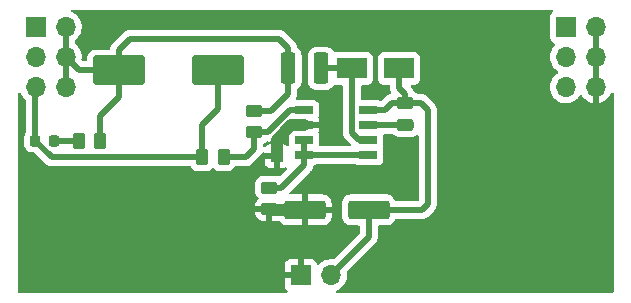
<source format=gtl>
G04 #@! TF.GenerationSoftware,KiCad,Pcbnew,(6.0.2)*
G04 #@! TF.CreationDate,2022-07-27T12:55:17+02:00*
G04 #@! TF.ProjectId,DC-DC-Converter,44432d44-432d-4436-9f6e-766572746572,rev?*
G04 #@! TF.SameCoordinates,Original*
G04 #@! TF.FileFunction,Copper,L1,Top*
G04 #@! TF.FilePolarity,Positive*
%FSLAX46Y46*%
G04 Gerber Fmt 4.6, Leading zero omitted, Abs format (unit mm)*
G04 Created by KiCad (PCBNEW (6.0.2)) date 2022-07-27 12:55:17*
%MOMM*%
%LPD*%
G01*
G04 APERTURE LIST*
G04 Aperture macros list*
%AMRoundRect*
0 Rectangle with rounded corners*
0 $1 Rounding radius*
0 $2 $3 $4 $5 $6 $7 $8 $9 X,Y pos of 4 corners*
0 Add a 4 corners polygon primitive as box body*
4,1,4,$2,$3,$4,$5,$6,$7,$8,$9,$2,$3,0*
0 Add four circle primitives for the rounded corners*
1,1,$1+$1,$2,$3*
1,1,$1+$1,$4,$5*
1,1,$1+$1,$6,$7*
1,1,$1+$1,$8,$9*
0 Add four rect primitives between the rounded corners*
20,1,$1+$1,$2,$3,$4,$5,0*
20,1,$1+$1,$4,$5,$6,$7,0*
20,1,$1+$1,$6,$7,$8,$9,0*
20,1,$1+$1,$8,$9,$2,$3,0*%
G04 Aperture macros list end*
G04 #@! TA.AperFunction,SMDPad,CuDef*
%ADD10R,1.000000X1.000000*%
G04 #@! TD*
G04 #@! TA.AperFunction,ComponentPad*
%ADD11O,1.700000X1.700000*%
G04 #@! TD*
G04 #@! TA.AperFunction,ComponentPad*
%ADD12R,1.700000X1.700000*%
G04 #@! TD*
G04 #@! TA.AperFunction,SMDPad,CuDef*
%ADD13RoundRect,0.250000X-0.262500X-0.450000X0.262500X-0.450000X0.262500X0.450000X-0.262500X0.450000X0*%
G04 #@! TD*
G04 #@! TA.AperFunction,SMDPad,CuDef*
%ADD14RoundRect,0.250000X0.450000X-0.262500X0.450000X0.262500X-0.450000X0.262500X-0.450000X-0.262500X0*%
G04 #@! TD*
G04 #@! TA.AperFunction,SMDPad,CuDef*
%ADD15RoundRect,0.250000X-0.375000X-1.075000X0.375000X-1.075000X0.375000X1.075000X-0.375000X1.075000X0*%
G04 #@! TD*
G04 #@! TA.AperFunction,SMDPad,CuDef*
%ADD16R,1.525000X0.700000*%
G04 #@! TD*
G04 #@! TA.AperFunction,SMDPad,CuDef*
%ADD17R,2.500000X1.800000*%
G04 #@! TD*
G04 #@! TA.AperFunction,SMDPad,CuDef*
%ADD18RoundRect,0.218750X-0.218750X-0.256250X0.218750X-0.256250X0.218750X0.256250X-0.218750X0.256250X0*%
G04 #@! TD*
G04 #@! TA.AperFunction,SMDPad,CuDef*
%ADD19RoundRect,0.250000X-1.500000X-0.550000X1.500000X-0.550000X1.500000X0.550000X-1.500000X0.550000X0*%
G04 #@! TD*
G04 #@! TA.AperFunction,SMDPad,CuDef*
%ADD20RoundRect,0.250000X-1.950000X-1.000000X1.950000X-1.000000X1.950000X1.000000X-1.950000X1.000000X0*%
G04 #@! TD*
G04 #@! TA.AperFunction,SMDPad,CuDef*
%ADD21RoundRect,0.250000X0.475000X-0.250000X0.475000X0.250000X-0.475000X0.250000X-0.475000X-0.250000X0*%
G04 #@! TD*
G04 #@! TA.AperFunction,Conductor*
%ADD22C,1.000000*%
G04 #@! TD*
G04 #@! TA.AperFunction,Conductor*
%ADD23C,0.500000*%
G04 #@! TD*
G04 APERTURE END LIST*
D10*
X80400000Y-130900000D03*
D11*
X107440000Y-125080000D03*
X104900000Y-125080000D03*
X107440000Y-122540000D03*
X104900000Y-122540000D03*
X107440000Y-120000000D03*
D12*
X104900000Y-120000000D03*
D11*
X62540000Y-125080000D03*
X60000000Y-125080000D03*
X62540000Y-122540000D03*
X60000000Y-122540000D03*
X62540000Y-120000000D03*
D12*
X60000000Y-120000000D03*
D13*
X75912500Y-131000000D03*
X74087500Y-131000000D03*
D14*
X79800000Y-133587500D03*
X79800000Y-135412500D03*
X78500000Y-127087500D03*
X78500000Y-128912500D03*
D13*
X65482500Y-129620000D03*
X63657500Y-129620000D03*
D15*
X84180000Y-123500000D03*
X81380000Y-123500000D03*
D11*
X84990000Y-141000000D03*
D12*
X82450000Y-141000000D03*
D16*
X82738000Y-130835000D03*
X82738000Y-129565000D03*
X82738000Y-128295000D03*
X82738000Y-127025000D03*
X88162000Y-127025000D03*
X88162000Y-128295000D03*
X88162000Y-129565000D03*
X88162000Y-130835000D03*
D17*
X90780000Y-123500000D03*
X86780000Y-123500000D03*
D18*
X61557500Y-129620000D03*
X59982500Y-129620000D03*
D19*
X88200000Y-135470000D03*
X82800000Y-135470000D03*
D20*
X75450000Y-123660000D03*
X67050000Y-123660000D03*
D21*
X91280000Y-126400000D03*
X91280000Y-128300000D03*
D22*
X79857500Y-135470000D02*
X79800000Y-135412500D01*
X82800000Y-135470000D02*
X79857500Y-135470000D01*
X81647824Y-128295000D02*
X82738000Y-128295000D01*
X80400000Y-129542824D02*
X81647824Y-128295000D01*
X80400000Y-130900000D02*
X80400000Y-129542824D01*
D23*
X82738000Y-131662000D02*
X82738000Y-130835000D01*
X80812500Y-133587500D02*
X82738000Y-131662000D01*
X79800000Y-133587500D02*
X80812500Y-133587500D01*
X86780000Y-128924522D02*
X86780000Y-123500000D01*
X88162000Y-129565000D02*
X87420478Y-129565000D01*
X87420478Y-129565000D02*
X86780000Y-128924522D01*
X86780000Y-123500000D02*
X84180000Y-123500000D01*
X92730000Y-135470000D02*
X88200000Y-135470000D01*
X92600000Y-126400000D02*
X93200000Y-127000000D01*
X93200000Y-127000000D02*
X93200000Y-135000000D01*
X93200000Y-135000000D02*
X92730000Y-135470000D01*
X91280000Y-126400000D02*
X92600000Y-126400000D01*
X75450000Y-126950000D02*
X75450000Y-123660000D01*
X74087500Y-128312500D02*
X75450000Y-126950000D01*
X74087500Y-131000000D02*
X74087500Y-128312500D01*
X78500000Y-130300000D02*
X78500000Y-128912500D01*
X77800000Y-131000000D02*
X78500000Y-130300000D01*
X75912500Y-131000000D02*
X77800000Y-131000000D01*
X79687500Y-128912500D02*
X78500000Y-128912500D01*
X81575000Y-127025000D02*
X79687500Y-128912500D01*
X82738000Y-127025000D02*
X81575000Y-127025000D01*
X81380000Y-125620000D02*
X81380000Y-123500000D01*
X79912500Y-127087500D02*
X81380000Y-125620000D01*
X78500000Y-127087500D02*
X79912500Y-127087500D01*
X67050000Y-121950000D02*
X67050000Y-123660000D01*
X80600000Y-121000000D02*
X68000000Y-121000000D01*
X81380000Y-121780000D02*
X80600000Y-121000000D01*
X68000000Y-121000000D02*
X67050000Y-121950000D01*
X81380000Y-123500000D02*
X81380000Y-121780000D01*
X91280000Y-125680000D02*
X90780000Y-125180000D01*
X91280000Y-126400000D02*
X91280000Y-125680000D01*
X90780000Y-125180000D02*
X90780000Y-123500000D01*
X89575000Y-127025000D02*
X90200000Y-126400000D01*
X90200000Y-126400000D02*
X91280000Y-126400000D01*
X88162000Y-127025000D02*
X89575000Y-127025000D01*
X91275000Y-128295000D02*
X91280000Y-128300000D01*
X88162000Y-128295000D02*
X91275000Y-128295000D01*
X82738000Y-130835000D02*
X82738000Y-129565000D01*
X82738000Y-130835000D02*
X88162000Y-130835000D01*
X88200000Y-137790000D02*
X88200000Y-135470000D01*
X84990000Y-141000000D02*
X88200000Y-137790000D01*
X61362500Y-131000000D02*
X59982500Y-129620000D01*
X74087500Y-131000000D02*
X61362500Y-131000000D01*
X67050000Y-125950000D02*
X67050000Y-123660000D01*
X65482500Y-127517500D02*
X67050000Y-125950000D01*
X65482500Y-129620000D02*
X65482500Y-127517500D01*
X59982500Y-125097500D02*
X60000000Y-125080000D01*
X59982500Y-129620000D02*
X59982500Y-125097500D01*
X61557500Y-129620000D02*
X63657500Y-129620000D01*
X67050000Y-123660000D02*
X63660000Y-123660000D01*
X63660000Y-123660000D02*
X62540000Y-122540000D01*
X62540000Y-122540000D02*
X62540000Y-125080000D01*
X62540000Y-120000000D02*
X62540000Y-122540000D01*
G04 #@! TA.AperFunction,Conductor*
G36*
X58716512Y-125566701D02*
G01*
X58750743Y-125614521D01*
X58778336Y-125682474D01*
X58783266Y-125694616D01*
X58822344Y-125758385D01*
X58897291Y-125880688D01*
X58899987Y-125885088D01*
X59046250Y-126053938D01*
X59178485Y-126163721D01*
X59218120Y-126222623D01*
X59224000Y-126260665D01*
X59224000Y-128823415D01*
X59203998Y-128891536D01*
X59196881Y-128901508D01*
X59194308Y-128904766D01*
X59189136Y-128909947D01*
X59100151Y-129054308D01*
X59097846Y-129061256D01*
X59097846Y-129061257D01*
X59059630Y-129176475D01*
X59046762Y-129215269D01*
X59036500Y-129315428D01*
X59036500Y-129924572D01*
X59036837Y-129927818D01*
X59036837Y-129927822D01*
X59039190Y-129950500D01*
X59047022Y-130025982D01*
X59100692Y-130186849D01*
X59189929Y-130331055D01*
X59309947Y-130450864D01*
X59454308Y-130539849D01*
X59461256Y-130542154D01*
X59461257Y-130542154D01*
X59608738Y-130591072D01*
X59608740Y-130591072D01*
X59615269Y-130593238D01*
X59715428Y-130603500D01*
X59841129Y-130603500D01*
X59909250Y-130623502D01*
X59930224Y-130640405D01*
X60778730Y-131488911D01*
X60791116Y-131503323D01*
X60799649Y-131514918D01*
X60799654Y-131514923D01*
X60803992Y-131520818D01*
X60809570Y-131525557D01*
X60809573Y-131525560D01*
X60844268Y-131555035D01*
X60851784Y-131561965D01*
X60857480Y-131567661D01*
X60860341Y-131569924D01*
X60860346Y-131569929D01*
X60879766Y-131585293D01*
X60883167Y-131588082D01*
X60938785Y-131635333D01*
X60945298Y-131638659D01*
X60950337Y-131642020D01*
X60955479Y-131645196D01*
X60961216Y-131649734D01*
X61027375Y-131680655D01*
X61031269Y-131682558D01*
X61096308Y-131715769D01*
X61103417Y-131717508D01*
X61109051Y-131719604D01*
X61114821Y-131721523D01*
X61121450Y-131724622D01*
X61128613Y-131726112D01*
X61128616Y-131726113D01*
X61179330Y-131736661D01*
X61192935Y-131739491D01*
X61197201Y-131740457D01*
X61268110Y-131757808D01*
X61273712Y-131758156D01*
X61273715Y-131758156D01*
X61279264Y-131758500D01*
X61279262Y-131758535D01*
X61283234Y-131758775D01*
X61287455Y-131759152D01*
X61294615Y-131760641D01*
X61372042Y-131758546D01*
X61375450Y-131758500D01*
X73053689Y-131758500D01*
X73121810Y-131778502D01*
X73160833Y-131818196D01*
X73226522Y-131924348D01*
X73231704Y-131929521D01*
X73263975Y-131961736D01*
X73351697Y-132049305D01*
X73357927Y-132053145D01*
X73357928Y-132053146D01*
X73495090Y-132137694D01*
X73502262Y-132142115D01*
X73568663Y-132164139D01*
X73663611Y-132195632D01*
X73663613Y-132195632D01*
X73670139Y-132197797D01*
X73676975Y-132198497D01*
X73676978Y-132198498D01*
X73720031Y-132202909D01*
X73774600Y-132208500D01*
X74400400Y-132208500D01*
X74403646Y-132208163D01*
X74403650Y-132208163D01*
X74499308Y-132198238D01*
X74499312Y-132198237D01*
X74506166Y-132197526D01*
X74512702Y-132195345D01*
X74512704Y-132195345D01*
X74664357Y-132144749D01*
X74673946Y-132141550D01*
X74824348Y-132048478D01*
X74910784Y-131961891D01*
X74973066Y-131927812D01*
X75043886Y-131932815D01*
X75088975Y-131961736D01*
X75124478Y-131997177D01*
X75176697Y-132049305D01*
X75182927Y-132053145D01*
X75182928Y-132053146D01*
X75320090Y-132137694D01*
X75327262Y-132142115D01*
X75393663Y-132164139D01*
X75488611Y-132195632D01*
X75488613Y-132195632D01*
X75495139Y-132197797D01*
X75501975Y-132198497D01*
X75501978Y-132198498D01*
X75545031Y-132202909D01*
X75599600Y-132208500D01*
X76225400Y-132208500D01*
X76228646Y-132208163D01*
X76228650Y-132208163D01*
X76324308Y-132198238D01*
X76324312Y-132198237D01*
X76331166Y-132197526D01*
X76337702Y-132195345D01*
X76337704Y-132195345D01*
X76489357Y-132144749D01*
X76498946Y-132141550D01*
X76649348Y-132048478D01*
X76774305Y-131923303D01*
X76783966Y-131907631D01*
X76830839Y-131831588D01*
X76838979Y-131818383D01*
X76891750Y-131770891D01*
X76946238Y-131758500D01*
X77732930Y-131758500D01*
X77751880Y-131759933D01*
X77766115Y-131762099D01*
X77766119Y-131762099D01*
X77773349Y-131763199D01*
X77780641Y-131762606D01*
X77780644Y-131762606D01*
X77826018Y-131758915D01*
X77836233Y-131758500D01*
X77844293Y-131758500D01*
X77862392Y-131756390D01*
X77872507Y-131755211D01*
X77876882Y-131754778D01*
X77942339Y-131749454D01*
X77942342Y-131749453D01*
X77949637Y-131748860D01*
X77956601Y-131746604D01*
X77962560Y-131745413D01*
X77968415Y-131744029D01*
X77975681Y-131743182D01*
X78044327Y-131718265D01*
X78048455Y-131716848D01*
X78110936Y-131696607D01*
X78110938Y-131696606D01*
X78117899Y-131694351D01*
X78124154Y-131690555D01*
X78129628Y-131688049D01*
X78135058Y-131685330D01*
X78141937Y-131682833D01*
X78186450Y-131653649D01*
X78202976Y-131642814D01*
X78206680Y-131640477D01*
X78269107Y-131602595D01*
X78277484Y-131595197D01*
X78277508Y-131595224D01*
X78280500Y-131592571D01*
X78283733Y-131589868D01*
X78289852Y-131585856D01*
X78343128Y-131529617D01*
X78345506Y-131527175D01*
X78428012Y-131444669D01*
X79392001Y-131444669D01*
X79392371Y-131451490D01*
X79397895Y-131502352D01*
X79401521Y-131517604D01*
X79446676Y-131638054D01*
X79455214Y-131653649D01*
X79531715Y-131755724D01*
X79544276Y-131768285D01*
X79646351Y-131844786D01*
X79661946Y-131853324D01*
X79782394Y-131898478D01*
X79797649Y-131902105D01*
X79848514Y-131907631D01*
X79855328Y-131908000D01*
X80127885Y-131908000D01*
X80143124Y-131903525D01*
X80144329Y-131902135D01*
X80146000Y-131894452D01*
X80146000Y-131172115D01*
X80141525Y-131156876D01*
X80140135Y-131155671D01*
X80132452Y-131154000D01*
X79410116Y-131154000D01*
X79394877Y-131158475D01*
X79393672Y-131159865D01*
X79392001Y-131167548D01*
X79392001Y-131444669D01*
X78428012Y-131444669D01*
X78988911Y-130883770D01*
X79003323Y-130871384D01*
X79014918Y-130862851D01*
X79014923Y-130862846D01*
X79020818Y-130858508D01*
X79025557Y-130852930D01*
X79025560Y-130852927D01*
X79055035Y-130818232D01*
X79061965Y-130810716D01*
X79067660Y-130805021D01*
X79085281Y-130782749D01*
X79088072Y-130779345D01*
X79130591Y-130729297D01*
X79130592Y-130729295D01*
X79135333Y-130723715D01*
X79138661Y-130717199D01*
X79142020Y-130712162D01*
X79145194Y-130707023D01*
X79149734Y-130701284D01*
X79170624Y-130656586D01*
X79217587Y-130603341D01*
X79285881Y-130583939D01*
X79353823Y-130604539D01*
X79367268Y-130620334D01*
X79368514Y-130618896D01*
X79397865Y-130644329D01*
X79405548Y-130646000D01*
X80127885Y-130646000D01*
X80143124Y-130641525D01*
X80144329Y-130640135D01*
X80146000Y-130632452D01*
X80146000Y-129910116D01*
X80141525Y-129894877D01*
X80140135Y-129893672D01*
X80132452Y-129892001D01*
X79928542Y-129892001D01*
X79860421Y-129871999D01*
X79816774Y-129821627D01*
X79797908Y-129873753D01*
X79740538Y-129917213D01*
X79661948Y-129946675D01*
X79646351Y-129955214D01*
X79544276Y-130031715D01*
X79531715Y-130044276D01*
X79485326Y-130106173D01*
X79428467Y-130148688D01*
X79357649Y-130153714D01*
X79295355Y-130119654D01*
X79261365Y-130057323D01*
X79258500Y-130030608D01*
X79258500Y-129946311D01*
X79278502Y-129878190D01*
X79318196Y-129839167D01*
X79346540Y-129821627D01*
X79424348Y-129773478D01*
X79489731Y-129707982D01*
X79552013Y-129673903D01*
X79578903Y-129671000D01*
X79620430Y-129671000D01*
X79639380Y-129672433D01*
X79653615Y-129674599D01*
X79653619Y-129674599D01*
X79660849Y-129675699D01*
X79668141Y-129675106D01*
X79668146Y-129675106D01*
X79686096Y-129673646D01*
X79755614Y-129688060D01*
X79806303Y-129737771D01*
X79807043Y-129741020D01*
X79833318Y-129683489D01*
X79885549Y-129647563D01*
X79931827Y-129630765D01*
X79935955Y-129629348D01*
X79998436Y-129609107D01*
X79998438Y-129609106D01*
X80005399Y-129606851D01*
X80011654Y-129603055D01*
X80017128Y-129600549D01*
X80022558Y-129597830D01*
X80029437Y-129595333D01*
X80090476Y-129555314D01*
X80094180Y-129552977D01*
X80156607Y-129515095D01*
X80164984Y-129507697D01*
X80165008Y-129507724D01*
X80168000Y-129505071D01*
X80171233Y-129502368D01*
X80177352Y-129498356D01*
X80230628Y-129442117D01*
X80233006Y-129439675D01*
X81252406Y-128420275D01*
X81314718Y-128386249D01*
X81385533Y-128391314D01*
X81442369Y-128433861D01*
X81467180Y-128500381D01*
X81467501Y-128509370D01*
X81467501Y-128689669D01*
X81467871Y-128696490D01*
X81473395Y-128747352D01*
X81477021Y-128762604D01*
X81522927Y-128885058D01*
X81528110Y-128955866D01*
X81522927Y-128973518D01*
X81473755Y-129104684D01*
X81467000Y-129166866D01*
X81467000Y-129938801D01*
X81446998Y-130006922D01*
X81393342Y-130053415D01*
X81323068Y-130063519D01*
X81263493Y-130036311D01*
X81262904Y-130037096D01*
X81259303Y-130034397D01*
X81258488Y-130034025D01*
X81257174Y-130032802D01*
X81153649Y-129955214D01*
X81138054Y-129946676D01*
X81017606Y-129901522D01*
X81002351Y-129897895D01*
X80951486Y-129892369D01*
X80944672Y-129892000D01*
X80672115Y-129892000D01*
X80656876Y-129896475D01*
X80655671Y-129897865D01*
X80654000Y-129905548D01*
X80654000Y-131889884D01*
X80658475Y-131905123D01*
X80659865Y-131906328D01*
X80667548Y-131907999D01*
X80944669Y-131907999D01*
X80951490Y-131907629D01*
X81002352Y-131902105D01*
X81017603Y-131898479D01*
X81130918Y-131855999D01*
X81201725Y-131850816D01*
X81264094Y-131884737D01*
X81298224Y-131946992D01*
X81293277Y-132017816D01*
X81264243Y-132063076D01*
X80717480Y-132609839D01*
X80655168Y-132643865D01*
X80584353Y-132638800D01*
X80578053Y-132636161D01*
X80572738Y-132632885D01*
X80565786Y-132630579D01*
X80411389Y-132579368D01*
X80411387Y-132579368D01*
X80404861Y-132577203D01*
X80398025Y-132576503D01*
X80398022Y-132576502D01*
X80354969Y-132572091D01*
X80300400Y-132566500D01*
X79299600Y-132566500D01*
X79296354Y-132566837D01*
X79296350Y-132566837D01*
X79200692Y-132576762D01*
X79200688Y-132576763D01*
X79193834Y-132577474D01*
X79187298Y-132579655D01*
X79187296Y-132579655D01*
X79055194Y-132623728D01*
X79026054Y-132633450D01*
X78875652Y-132726522D01*
X78750695Y-132851697D01*
X78657885Y-133002262D01*
X78602203Y-133170139D01*
X78591500Y-133274600D01*
X78591500Y-133900400D01*
X78602474Y-134006166D01*
X78658450Y-134173946D01*
X78751522Y-134324348D01*
X78756704Y-134329521D01*
X78838463Y-134411138D01*
X78872542Y-134473421D01*
X78867539Y-134544241D01*
X78838618Y-134589329D01*
X78756261Y-134671829D01*
X78747249Y-134683240D01*
X78662184Y-134821243D01*
X78656037Y-134834424D01*
X78604862Y-134988710D01*
X78601995Y-135002086D01*
X78592328Y-135096438D01*
X78592000Y-135102855D01*
X78592000Y-135140385D01*
X78596475Y-135155624D01*
X78597865Y-135156829D01*
X78605548Y-135158500D01*
X80942439Y-135158500D01*
X81010560Y-135178502D01*
X81024951Y-135189275D01*
X81053865Y-135214329D01*
X81061548Y-135216000D01*
X82527885Y-135216000D01*
X82543124Y-135211525D01*
X82544329Y-135210135D01*
X82546000Y-135202452D01*
X82546000Y-135197885D01*
X83054000Y-135197885D01*
X83058475Y-135213124D01*
X83059865Y-135214329D01*
X83067548Y-135216000D01*
X85039884Y-135216000D01*
X85055123Y-135211525D01*
X85056328Y-135210135D01*
X85057999Y-135202452D01*
X85057999Y-134872905D01*
X85057662Y-134866386D01*
X85047743Y-134770794D01*
X85044851Y-134757400D01*
X84993412Y-134603216D01*
X84987239Y-134590038D01*
X84901937Y-134452193D01*
X84892901Y-134440792D01*
X84778171Y-134326261D01*
X84766760Y-134317249D01*
X84628757Y-134232184D01*
X84615576Y-134226037D01*
X84461290Y-134174862D01*
X84447914Y-134171995D01*
X84353562Y-134162328D01*
X84347145Y-134162000D01*
X83072115Y-134162000D01*
X83056876Y-134166475D01*
X83055671Y-134167865D01*
X83054000Y-134175548D01*
X83054000Y-135197885D01*
X82546000Y-135197885D01*
X82546000Y-134180116D01*
X82541525Y-134164877D01*
X82540135Y-134163672D01*
X82532452Y-134162001D01*
X81614870Y-134162001D01*
X81546749Y-134141999D01*
X81500256Y-134088343D01*
X81490152Y-134018069D01*
X81519646Y-133953489D01*
X81525775Y-133946906D01*
X83226911Y-132245770D01*
X83241323Y-132233384D01*
X83252918Y-132224851D01*
X83252923Y-132224846D01*
X83258818Y-132220508D01*
X83263557Y-132214930D01*
X83263560Y-132214927D01*
X83293035Y-132180232D01*
X83299965Y-132172716D01*
X83305660Y-132167021D01*
X83323281Y-132144749D01*
X83326072Y-132141345D01*
X83368591Y-132091297D01*
X83368592Y-132091295D01*
X83373333Y-132085715D01*
X83376661Y-132079199D01*
X83380028Y-132074150D01*
X83383195Y-132069021D01*
X83387734Y-132063284D01*
X83418655Y-131997125D01*
X83420561Y-131993225D01*
X83444169Y-131946992D01*
X83453769Y-131928192D01*
X83455508Y-131921084D01*
X83457607Y-131915441D01*
X83459524Y-131909678D01*
X83462622Y-131903050D01*
X83477487Y-131831583D01*
X83478457Y-131827299D01*
X83489185Y-131783456D01*
X83524804Y-131722042D01*
X83587973Y-131689634D01*
X83597966Y-131688141D01*
X83598812Y-131688049D01*
X83610816Y-131686745D01*
X83747205Y-131635615D01*
X83769811Y-131618673D01*
X83836315Y-131593826D01*
X83845374Y-131593500D01*
X87054626Y-131593500D01*
X87122747Y-131613502D01*
X87130173Y-131618661D01*
X87152795Y-131635615D01*
X87289184Y-131686745D01*
X87351366Y-131693500D01*
X88972634Y-131693500D01*
X89034816Y-131686745D01*
X89171205Y-131635615D01*
X89287761Y-131548261D01*
X89375115Y-131431705D01*
X89426245Y-131295316D01*
X89433000Y-131233134D01*
X89433000Y-130436866D01*
X89426245Y-130374684D01*
X89423473Y-130367288D01*
X89423471Y-130367282D01*
X89377340Y-130244229D01*
X89372157Y-130173422D01*
X89377340Y-130155771D01*
X89423471Y-130032718D01*
X89423473Y-130032712D01*
X89426245Y-130025316D01*
X89433000Y-129963134D01*
X89433000Y-129179500D01*
X89453002Y-129111379D01*
X89506658Y-129064886D01*
X89559000Y-129053500D01*
X90183598Y-129053500D01*
X90251719Y-129073502D01*
X90272616Y-129090327D01*
X90301940Y-129119600D01*
X90331697Y-129149305D01*
X90337927Y-129153145D01*
X90337928Y-129153146D01*
X90475090Y-129237694D01*
X90482262Y-129242115D01*
X90518547Y-129254150D01*
X90643611Y-129295632D01*
X90643613Y-129295632D01*
X90650139Y-129297797D01*
X90656975Y-129298497D01*
X90656978Y-129298498D01*
X90700031Y-129302909D01*
X90754600Y-129308500D01*
X91805400Y-129308500D01*
X91808646Y-129308163D01*
X91808650Y-129308163D01*
X91904308Y-129298238D01*
X91904312Y-129298237D01*
X91911166Y-129297526D01*
X91917702Y-129295345D01*
X91917704Y-129295345D01*
X92049806Y-129251272D01*
X92078946Y-129241550D01*
X92161537Y-129190441D01*
X92223121Y-129152332D01*
X92223124Y-129152329D01*
X92229348Y-129148478D01*
X92234521Y-129143296D01*
X92237236Y-129141144D01*
X92303046Y-129114507D01*
X92372810Y-129127678D01*
X92424379Y-129176475D01*
X92441500Y-129239890D01*
X92441500Y-134585500D01*
X92421498Y-134653621D01*
X92367842Y-134700114D01*
X92315500Y-134711500D01*
X90520857Y-134711500D01*
X90452736Y-134691498D01*
X90406243Y-134637842D01*
X90401334Y-134625378D01*
X90393870Y-134603005D01*
X90393867Y-134602998D01*
X90391550Y-134596054D01*
X90298478Y-134445652D01*
X90173303Y-134320695D01*
X90167072Y-134316854D01*
X90028968Y-134231725D01*
X90028966Y-134231724D01*
X90022738Y-134227885D01*
X89886500Y-134182697D01*
X89861389Y-134174368D01*
X89861387Y-134174368D01*
X89854861Y-134172203D01*
X89848025Y-134171503D01*
X89848022Y-134171502D01*
X89804060Y-134166998D01*
X89750400Y-134161500D01*
X86649600Y-134161500D01*
X86646354Y-134161837D01*
X86646350Y-134161837D01*
X86550692Y-134171762D01*
X86550688Y-134171763D01*
X86543834Y-134172474D01*
X86537298Y-134174655D01*
X86537296Y-134174655D01*
X86405194Y-134218728D01*
X86376054Y-134228450D01*
X86225652Y-134321522D01*
X86100695Y-134446697D01*
X86096855Y-134452927D01*
X86096854Y-134452928D01*
X86042227Y-134541550D01*
X86007885Y-134597262D01*
X85952203Y-134765139D01*
X85941500Y-134869600D01*
X85941500Y-136070400D01*
X85941837Y-136073646D01*
X85941837Y-136073650D01*
X85951618Y-136167914D01*
X85952474Y-136176166D01*
X85954655Y-136182702D01*
X85954655Y-136182704D01*
X85998728Y-136314806D01*
X86008450Y-136343946D01*
X86101522Y-136494348D01*
X86226697Y-136619305D01*
X86232927Y-136623145D01*
X86232928Y-136623146D01*
X86370288Y-136707816D01*
X86377262Y-136712115D01*
X86457005Y-136738564D01*
X86538611Y-136765632D01*
X86538613Y-136765632D01*
X86545139Y-136767797D01*
X86551975Y-136768497D01*
X86551978Y-136768498D01*
X86595031Y-136772909D01*
X86649600Y-136778500D01*
X87315500Y-136778500D01*
X87383621Y-136798502D01*
X87430114Y-136852158D01*
X87441500Y-136904500D01*
X87441500Y-137423629D01*
X87421498Y-137491750D01*
X87404595Y-137512724D01*
X85297296Y-139620023D01*
X85234984Y-139654049D01*
X85186105Y-139654975D01*
X85118284Y-139642894D01*
X85044452Y-139641992D01*
X84900081Y-139640228D01*
X84900079Y-139640228D01*
X84894911Y-139640165D01*
X84674091Y-139673955D01*
X84461756Y-139743357D01*
X84263607Y-139846507D01*
X84259474Y-139849610D01*
X84259471Y-139849612D01*
X84176450Y-139911946D01*
X84084965Y-139980635D01*
X84081393Y-139984373D01*
X84003898Y-140065466D01*
X83942374Y-140100895D01*
X83871462Y-140097438D01*
X83813676Y-140056192D01*
X83794823Y-140022644D01*
X83753324Y-139911946D01*
X83744786Y-139896351D01*
X83668285Y-139794276D01*
X83655724Y-139781715D01*
X83553649Y-139705214D01*
X83538054Y-139696676D01*
X83417606Y-139651522D01*
X83402351Y-139647895D01*
X83351486Y-139642369D01*
X83344672Y-139642000D01*
X82722115Y-139642000D01*
X82706876Y-139646475D01*
X82705671Y-139647865D01*
X82704000Y-139655548D01*
X82704000Y-141128000D01*
X82683998Y-141196121D01*
X82630342Y-141242614D01*
X82578000Y-141254000D01*
X81110116Y-141254000D01*
X81094877Y-141258475D01*
X81093672Y-141259865D01*
X81092001Y-141267548D01*
X81092001Y-141894669D01*
X81092371Y-141901490D01*
X81097895Y-141952352D01*
X81101521Y-141967604D01*
X81146676Y-142088054D01*
X81155214Y-142103649D01*
X81231715Y-142205724D01*
X81244276Y-142218285D01*
X81306840Y-142265174D01*
X81349355Y-142322033D01*
X81354381Y-142392851D01*
X81320321Y-142455145D01*
X81257990Y-142489135D01*
X81231275Y-142492000D01*
X58634000Y-142492000D01*
X58565879Y-142471998D01*
X58519386Y-142418342D01*
X58508000Y-142366000D01*
X58508000Y-140727885D01*
X81092000Y-140727885D01*
X81096475Y-140743124D01*
X81097865Y-140744329D01*
X81105548Y-140746000D01*
X82177885Y-140746000D01*
X82193124Y-140741525D01*
X82194329Y-140740135D01*
X82196000Y-140732452D01*
X82196000Y-139660116D01*
X82191525Y-139644877D01*
X82190135Y-139643672D01*
X82182452Y-139642001D01*
X81555331Y-139642001D01*
X81548510Y-139642371D01*
X81497648Y-139647895D01*
X81482396Y-139651521D01*
X81361946Y-139696676D01*
X81346351Y-139705214D01*
X81244276Y-139781715D01*
X81231715Y-139794276D01*
X81155214Y-139896351D01*
X81146676Y-139911946D01*
X81101522Y-140032394D01*
X81097895Y-140047649D01*
X81092369Y-140098514D01*
X81092000Y-140105328D01*
X81092000Y-140727885D01*
X58508000Y-140727885D01*
X58508000Y-135722095D01*
X78592001Y-135722095D01*
X78592338Y-135728614D01*
X78602257Y-135824206D01*
X78605149Y-135837600D01*
X78656588Y-135991784D01*
X78662761Y-136004962D01*
X78748063Y-136142807D01*
X78757099Y-136154208D01*
X78871829Y-136268739D01*
X78883240Y-136277751D01*
X79021243Y-136362816D01*
X79034424Y-136368963D01*
X79188710Y-136420138D01*
X79202086Y-136423005D01*
X79296438Y-136432672D01*
X79302854Y-136433000D01*
X79527885Y-136433000D01*
X79543124Y-136428525D01*
X79544329Y-136427135D01*
X79546000Y-136419452D01*
X79546000Y-136414884D01*
X80054000Y-136414884D01*
X80058475Y-136430123D01*
X80059865Y-136431328D01*
X80067548Y-136432999D01*
X80297095Y-136432999D01*
X80303614Y-136432662D01*
X80399206Y-136422743D01*
X80412600Y-136419851D01*
X80519793Y-136384089D01*
X80590743Y-136381505D01*
X80651827Y-136417689D01*
X80666813Y-136437309D01*
X80698066Y-136487812D01*
X80707096Y-136499205D01*
X80821829Y-136613739D01*
X80833240Y-136622751D01*
X80971243Y-136707816D01*
X80984424Y-136713963D01*
X81138710Y-136765138D01*
X81152086Y-136768005D01*
X81246438Y-136777672D01*
X81252854Y-136778000D01*
X82527885Y-136778000D01*
X82543124Y-136773525D01*
X82544329Y-136772135D01*
X82546000Y-136764452D01*
X82546000Y-136759884D01*
X83054000Y-136759884D01*
X83058475Y-136775123D01*
X83059865Y-136776328D01*
X83067548Y-136777999D01*
X84347095Y-136777999D01*
X84353614Y-136777662D01*
X84449206Y-136767743D01*
X84462600Y-136764851D01*
X84616784Y-136713412D01*
X84629962Y-136707239D01*
X84767807Y-136621937D01*
X84779208Y-136612901D01*
X84893739Y-136498171D01*
X84902751Y-136486760D01*
X84987816Y-136348757D01*
X84993963Y-136335576D01*
X85045138Y-136181290D01*
X85048005Y-136167914D01*
X85057672Y-136073562D01*
X85058000Y-136067146D01*
X85058000Y-135742115D01*
X85053525Y-135726876D01*
X85052135Y-135725671D01*
X85044452Y-135724000D01*
X83072115Y-135724000D01*
X83056876Y-135728475D01*
X83055671Y-135729865D01*
X83054000Y-135737548D01*
X83054000Y-136759884D01*
X82546000Y-136759884D01*
X82546000Y-135742115D01*
X82541525Y-135726876D01*
X82540135Y-135725671D01*
X82532452Y-135724000D01*
X80607561Y-135724000D01*
X80539440Y-135703998D01*
X80525049Y-135693225D01*
X80496135Y-135668171D01*
X80488452Y-135666500D01*
X80072115Y-135666500D01*
X80056876Y-135670975D01*
X80055671Y-135672365D01*
X80054000Y-135680048D01*
X80054000Y-136414884D01*
X79546000Y-136414884D01*
X79546000Y-135684615D01*
X79541525Y-135669376D01*
X79540135Y-135668171D01*
X79532452Y-135666500D01*
X78610116Y-135666500D01*
X78594877Y-135670975D01*
X78593672Y-135672365D01*
X78592001Y-135680048D01*
X78592001Y-135722095D01*
X58508000Y-135722095D01*
X58508000Y-125661925D01*
X58528002Y-125593804D01*
X58581658Y-125547311D01*
X58651932Y-125537207D01*
X58716512Y-125566701D01*
G37*
G04 #@! TD.AperFunction*
G04 #@! TA.AperFunction,Conductor*
G36*
X103748562Y-118528002D02*
G01*
X103795055Y-118581658D01*
X103805159Y-118651932D01*
X103775665Y-118716512D01*
X103756006Y-118734826D01*
X103723568Y-118759137D01*
X103686739Y-118786739D01*
X103599385Y-118903295D01*
X103548255Y-119039684D01*
X103541500Y-119101866D01*
X103541500Y-120898134D01*
X103548255Y-120960316D01*
X103599385Y-121096705D01*
X103686739Y-121213261D01*
X103803295Y-121300615D01*
X103811704Y-121303767D01*
X103811705Y-121303768D01*
X103920451Y-121344535D01*
X103977216Y-121387176D01*
X104001916Y-121453738D01*
X103986709Y-121523087D01*
X103967316Y-121549568D01*
X103855260Y-121666828D01*
X103840629Y-121682138D01*
X103837720Y-121686403D01*
X103837714Y-121686411D01*
X103757642Y-121803792D01*
X103714743Y-121866680D01*
X103681179Y-121938988D01*
X103623516Y-122063213D01*
X103620688Y-122069305D01*
X103560989Y-122284570D01*
X103537251Y-122506695D01*
X103537548Y-122511848D01*
X103537548Y-122511851D01*
X103542997Y-122606350D01*
X103550110Y-122729715D01*
X103551247Y-122734761D01*
X103551248Y-122734767D01*
X103566624Y-122802991D01*
X103599222Y-122947639D01*
X103683266Y-123154616D01*
X103733863Y-123237183D01*
X103797291Y-123340688D01*
X103799987Y-123345088D01*
X103946250Y-123513938D01*
X104118126Y-123656632D01*
X104141501Y-123670291D01*
X104191445Y-123699476D01*
X104240169Y-123751114D01*
X104253240Y-123820897D01*
X104226509Y-123886669D01*
X104186055Y-123920027D01*
X104173607Y-123926507D01*
X104169474Y-123929610D01*
X104169471Y-123929612D01*
X104145247Y-123947800D01*
X103994965Y-124060635D01*
X103840629Y-124222138D01*
X103714743Y-124406680D01*
X103699972Y-124438502D01*
X103623516Y-124603213D01*
X103620688Y-124609305D01*
X103560989Y-124824570D01*
X103537251Y-125046695D01*
X103537548Y-125051848D01*
X103537548Y-125051851D01*
X103547803Y-125229697D01*
X103550110Y-125269715D01*
X103551247Y-125274761D01*
X103551248Y-125274767D01*
X103570930Y-125362101D01*
X103599222Y-125487639D01*
X103649102Y-125610479D01*
X103678336Y-125682474D01*
X103683266Y-125694616D01*
X103722344Y-125758385D01*
X103797291Y-125880688D01*
X103799987Y-125885088D01*
X103946250Y-126053938D01*
X104118126Y-126196632D01*
X104311000Y-126309338D01*
X104315825Y-126311180D01*
X104315826Y-126311181D01*
X104388612Y-126338975D01*
X104519692Y-126389030D01*
X104524760Y-126390061D01*
X104524763Y-126390062D01*
X104619862Y-126409410D01*
X104738597Y-126433567D01*
X104743772Y-126433757D01*
X104743774Y-126433757D01*
X104956673Y-126441564D01*
X104956677Y-126441564D01*
X104961837Y-126441753D01*
X104966957Y-126441097D01*
X104966959Y-126441097D01*
X105178288Y-126414025D01*
X105178289Y-126414025D01*
X105183416Y-126413368D01*
X105188366Y-126411883D01*
X105392429Y-126350661D01*
X105392434Y-126350659D01*
X105397384Y-126349174D01*
X105597994Y-126250896D01*
X105779860Y-126121173D01*
X105824427Y-126076762D01*
X105934435Y-125967137D01*
X105938096Y-125963489D01*
X105954646Y-125940458D01*
X106068453Y-125782077D01*
X106069640Y-125782930D01*
X106116960Y-125739362D01*
X106186897Y-125727145D01*
X106252338Y-125754678D01*
X106280166Y-125786511D01*
X106337694Y-125880388D01*
X106343777Y-125888699D01*
X106483213Y-126049667D01*
X106490580Y-126056883D01*
X106654434Y-126192916D01*
X106662881Y-126198831D01*
X106846756Y-126306279D01*
X106856042Y-126310729D01*
X107055001Y-126386703D01*
X107064899Y-126389579D01*
X107168250Y-126410606D01*
X107182299Y-126409410D01*
X107186000Y-126399065D01*
X107186000Y-119872000D01*
X107206002Y-119803879D01*
X107259658Y-119757386D01*
X107312000Y-119746000D01*
X107568000Y-119746000D01*
X107636121Y-119766002D01*
X107682614Y-119819658D01*
X107694000Y-119872000D01*
X107694000Y-126398517D01*
X107698064Y-126412359D01*
X107711478Y-126414393D01*
X107718184Y-126413534D01*
X107728262Y-126411392D01*
X107932255Y-126350191D01*
X107941842Y-126346433D01*
X108133095Y-126252739D01*
X108141945Y-126247464D01*
X108315328Y-126123792D01*
X108323200Y-126117139D01*
X108474052Y-125966812D01*
X108480730Y-125958965D01*
X108605003Y-125786020D01*
X108610313Y-125777183D01*
X108703043Y-125589560D01*
X108751157Y-125537353D01*
X108819858Y-125519446D01*
X108887335Y-125541525D01*
X108932163Y-125596579D01*
X108942000Y-125645387D01*
X108942000Y-142366000D01*
X108921998Y-142434121D01*
X108868342Y-142480614D01*
X108816000Y-142492000D01*
X85576139Y-142492000D01*
X85508018Y-142471998D01*
X85461525Y-142418342D01*
X85451421Y-142348068D01*
X85480915Y-142283488D01*
X85520707Y-142252849D01*
X85574021Y-142226731D01*
X85687994Y-142170896D01*
X85869860Y-142041173D01*
X86028096Y-141883489D01*
X86158453Y-141702077D01*
X86257430Y-141501811D01*
X86322370Y-141288069D01*
X86351529Y-141066590D01*
X86353156Y-141000000D01*
X86335870Y-140789747D01*
X86350223Y-140720219D01*
X86372351Y-140690330D01*
X88688911Y-138373770D01*
X88703323Y-138361384D01*
X88714918Y-138352851D01*
X88714923Y-138352846D01*
X88720818Y-138348508D01*
X88725557Y-138342930D01*
X88725560Y-138342927D01*
X88755035Y-138308232D01*
X88761965Y-138300716D01*
X88767661Y-138295020D01*
X88769924Y-138292159D01*
X88769929Y-138292154D01*
X88785293Y-138272734D01*
X88788082Y-138269333D01*
X88830592Y-138219296D01*
X88830594Y-138219294D01*
X88835333Y-138213715D01*
X88838662Y-138207195D01*
X88842028Y-138202148D01*
X88845193Y-138197024D01*
X88849735Y-138191283D01*
X88880637Y-138125164D01*
X88882565Y-138121218D01*
X88912442Y-138062708D01*
X88912443Y-138062706D01*
X88915769Y-138056192D01*
X88917508Y-138049086D01*
X88919609Y-138043436D01*
X88921524Y-138037679D01*
X88924622Y-138031050D01*
X88939491Y-137959565D01*
X88940461Y-137955282D01*
X88956473Y-137889844D01*
X88957808Y-137884390D01*
X88958500Y-137873236D01*
X88958535Y-137873238D01*
X88958775Y-137869266D01*
X88959152Y-137865045D01*
X88960641Y-137857885D01*
X88958546Y-137780458D01*
X88958500Y-137777050D01*
X88958500Y-136904500D01*
X88978502Y-136836379D01*
X89032158Y-136789886D01*
X89084500Y-136778500D01*
X89750400Y-136778500D01*
X89753646Y-136778163D01*
X89753650Y-136778163D01*
X89849308Y-136768238D01*
X89849312Y-136768237D01*
X89856166Y-136767526D01*
X89862702Y-136765345D01*
X89862704Y-136765345D01*
X89994806Y-136721272D01*
X90023946Y-136711550D01*
X90174348Y-136618478D01*
X90299305Y-136493303D01*
X90303338Y-136486760D01*
X90388275Y-136348968D01*
X90388276Y-136348966D01*
X90392115Y-136342738D01*
X90401372Y-136314830D01*
X90441803Y-136256472D01*
X90507367Y-136229236D01*
X90520964Y-136228500D01*
X92662930Y-136228500D01*
X92681880Y-136229933D01*
X92696115Y-136232099D01*
X92696119Y-136232099D01*
X92703349Y-136233199D01*
X92710641Y-136232606D01*
X92710644Y-136232606D01*
X92756018Y-136228915D01*
X92766233Y-136228500D01*
X92774293Y-136228500D01*
X92787583Y-136226951D01*
X92802507Y-136225211D01*
X92806882Y-136224778D01*
X92872339Y-136219454D01*
X92872342Y-136219453D01*
X92879637Y-136218860D01*
X92886601Y-136216604D01*
X92892560Y-136215413D01*
X92898415Y-136214029D01*
X92905681Y-136213182D01*
X92974327Y-136188265D01*
X92978455Y-136186848D01*
X93040936Y-136166607D01*
X93040938Y-136166606D01*
X93047899Y-136164351D01*
X93054154Y-136160555D01*
X93059628Y-136158049D01*
X93065058Y-136155330D01*
X93071937Y-136152833D01*
X93132976Y-136112814D01*
X93136680Y-136110477D01*
X93199107Y-136072595D01*
X93207484Y-136065197D01*
X93207508Y-136065224D01*
X93210500Y-136062571D01*
X93213733Y-136059868D01*
X93219852Y-136055856D01*
X93273128Y-135999617D01*
X93275506Y-135997175D01*
X93688911Y-135583770D01*
X93703323Y-135571384D01*
X93714918Y-135562851D01*
X93714923Y-135562846D01*
X93720818Y-135558508D01*
X93725557Y-135552930D01*
X93725560Y-135552927D01*
X93755035Y-135518232D01*
X93761965Y-135510716D01*
X93767660Y-135505021D01*
X93785281Y-135482749D01*
X93788072Y-135479345D01*
X93830591Y-135429297D01*
X93830592Y-135429295D01*
X93835333Y-135423715D01*
X93838661Y-135417199D01*
X93842028Y-135412150D01*
X93845195Y-135407021D01*
X93849734Y-135401284D01*
X93880655Y-135335125D01*
X93882561Y-135331225D01*
X93915769Y-135266192D01*
X93917508Y-135259084D01*
X93919607Y-135253441D01*
X93921524Y-135247678D01*
X93924622Y-135241050D01*
X93939487Y-135169583D01*
X93940457Y-135165299D01*
X93946553Y-135140385D01*
X93957808Y-135094390D01*
X93958500Y-135083236D01*
X93958536Y-135083238D01*
X93958775Y-135079245D01*
X93959149Y-135075053D01*
X93960640Y-135067885D01*
X93958546Y-134990479D01*
X93958500Y-134987072D01*
X93958500Y-127067069D01*
X93959933Y-127048118D01*
X93962099Y-127033883D01*
X93962099Y-127033881D01*
X93963199Y-127026651D01*
X93962047Y-127012479D01*
X93958915Y-126973982D01*
X93958500Y-126963767D01*
X93958500Y-126955707D01*
X93956724Y-126940474D01*
X93955211Y-126927493D01*
X93954778Y-126923118D01*
X93949454Y-126857661D01*
X93949453Y-126857658D01*
X93948860Y-126850363D01*
X93946604Y-126843399D01*
X93945413Y-126837440D01*
X93944029Y-126831585D01*
X93943182Y-126824319D01*
X93918265Y-126755673D01*
X93916848Y-126751545D01*
X93896607Y-126689064D01*
X93896606Y-126689062D01*
X93894351Y-126682101D01*
X93890555Y-126675846D01*
X93888049Y-126670372D01*
X93885330Y-126664942D01*
X93882833Y-126658063D01*
X93868249Y-126635819D01*
X93842814Y-126597024D01*
X93840467Y-126593305D01*
X93802595Y-126530893D01*
X93795197Y-126522516D01*
X93795224Y-126522492D01*
X93792571Y-126519500D01*
X93789868Y-126516267D01*
X93785856Y-126510148D01*
X93729617Y-126456872D01*
X93727175Y-126454494D01*
X93183770Y-125911089D01*
X93171384Y-125896677D01*
X93162851Y-125885082D01*
X93162846Y-125885077D01*
X93158508Y-125879182D01*
X93152930Y-125874443D01*
X93152927Y-125874440D01*
X93118232Y-125844965D01*
X93110716Y-125838035D01*
X93105021Y-125832340D01*
X93098880Y-125827482D01*
X93082749Y-125814719D01*
X93079345Y-125811928D01*
X93029297Y-125769409D01*
X93029295Y-125769408D01*
X93023715Y-125764667D01*
X93017199Y-125761339D01*
X93012150Y-125757972D01*
X93007021Y-125754805D01*
X93001284Y-125750266D01*
X92935125Y-125719345D01*
X92931225Y-125717439D01*
X92866192Y-125684231D01*
X92859084Y-125682492D01*
X92853441Y-125680393D01*
X92847678Y-125678476D01*
X92841050Y-125675378D01*
X92828291Y-125672724D01*
X92776372Y-125661925D01*
X92769583Y-125660513D01*
X92765299Y-125659543D01*
X92730958Y-125651140D01*
X92694390Y-125642192D01*
X92688788Y-125641844D01*
X92688785Y-125641844D01*
X92683236Y-125641500D01*
X92683238Y-125641464D01*
X92679245Y-125641225D01*
X92675053Y-125640851D01*
X92667885Y-125639360D01*
X92601675Y-125641151D01*
X92590479Y-125641454D01*
X92587072Y-125641500D01*
X92371393Y-125641500D01*
X92303272Y-125621498D01*
X92282375Y-125604673D01*
X92233483Y-125555866D01*
X92228303Y-125550695D01*
X92213427Y-125541525D01*
X92083968Y-125461725D01*
X92083966Y-125461724D01*
X92077738Y-125457885D01*
X92063434Y-125453140D01*
X92057213Y-125451077D01*
X91998852Y-125410647D01*
X91979884Y-125375618D01*
X91979656Y-125375723D01*
X91978096Y-125372315D01*
X91977011Y-125370312D01*
X91976606Y-125369062D01*
X91974351Y-125362101D01*
X91970555Y-125355845D01*
X91968049Y-125350372D01*
X91965330Y-125344942D01*
X91962833Y-125338063D01*
X91952824Y-125322797D01*
X91922814Y-125277024D01*
X91920467Y-125273305D01*
X91916368Y-125266550D01*
X91882595Y-125210893D01*
X91875197Y-125202516D01*
X91875224Y-125202492D01*
X91872571Y-125199500D01*
X91869868Y-125196267D01*
X91865856Y-125190148D01*
X91809617Y-125136872D01*
X91807175Y-125134494D01*
X91796276Y-125123595D01*
X91762250Y-125061283D01*
X91767315Y-124990468D01*
X91809862Y-124933632D01*
X91876382Y-124908821D01*
X91885371Y-124908500D01*
X92078134Y-124908500D01*
X92140316Y-124901745D01*
X92276705Y-124850615D01*
X92393261Y-124763261D01*
X92480615Y-124646705D01*
X92531745Y-124510316D01*
X92538500Y-124448134D01*
X92538500Y-122551866D01*
X92531745Y-122489684D01*
X92480615Y-122353295D01*
X92393261Y-122236739D01*
X92276705Y-122149385D01*
X92140316Y-122098255D01*
X92078134Y-122091500D01*
X89481866Y-122091500D01*
X89419684Y-122098255D01*
X89283295Y-122149385D01*
X89166739Y-122236739D01*
X89079385Y-122353295D01*
X89028255Y-122489684D01*
X89021500Y-122551866D01*
X89021500Y-124448134D01*
X89028255Y-124510316D01*
X89079385Y-124646705D01*
X89166739Y-124763261D01*
X89283295Y-124850615D01*
X89419684Y-124901745D01*
X89481866Y-124908500D01*
X89895500Y-124908500D01*
X89963621Y-124928502D01*
X90010114Y-124982158D01*
X90021500Y-125034500D01*
X90021500Y-125112930D01*
X90020067Y-125131880D01*
X90018339Y-125143240D01*
X90016801Y-125153349D01*
X90017394Y-125160641D01*
X90017394Y-125160644D01*
X90021085Y-125206018D01*
X90021500Y-125216233D01*
X90021500Y-125224293D01*
X90021925Y-125227937D01*
X90024789Y-125252507D01*
X90025222Y-125256882D01*
X90030408Y-125320632D01*
X90031140Y-125329637D01*
X90033396Y-125336601D01*
X90034587Y-125342560D01*
X90035971Y-125348415D01*
X90036818Y-125355681D01*
X90061735Y-125424327D01*
X90063152Y-125428455D01*
X90085649Y-125497900D01*
X90084335Y-125498326D01*
X90093381Y-125560786D01*
X90063955Y-125625397D01*
X90011637Y-125661421D01*
X89955691Y-125681729D01*
X89951545Y-125683152D01*
X89889064Y-125703393D01*
X89889062Y-125703394D01*
X89882101Y-125705649D01*
X89875846Y-125709445D01*
X89870372Y-125711951D01*
X89864942Y-125714670D01*
X89858063Y-125717167D01*
X89797016Y-125757191D01*
X89793327Y-125759518D01*
X89784843Y-125764667D01*
X89735693Y-125794491D01*
X89735688Y-125794495D01*
X89730892Y-125797405D01*
X89722516Y-125804803D01*
X89722493Y-125804777D01*
X89719503Y-125807426D01*
X89716264Y-125810134D01*
X89710148Y-125814144D01*
X89705121Y-125819451D01*
X89705117Y-125819454D01*
X89656872Y-125870383D01*
X89654494Y-125872825D01*
X89322166Y-126205153D01*
X89259854Y-126239179D01*
X89189039Y-126234114D01*
X89176590Y-126228421D01*
X89171205Y-126224385D01*
X89034816Y-126173255D01*
X88972634Y-126166500D01*
X87664500Y-126166500D01*
X87596379Y-126146498D01*
X87549886Y-126092842D01*
X87538500Y-126040500D01*
X87538500Y-125034500D01*
X87558502Y-124966379D01*
X87612158Y-124919886D01*
X87664500Y-124908500D01*
X88078134Y-124908500D01*
X88140316Y-124901745D01*
X88276705Y-124850615D01*
X88393261Y-124763261D01*
X88480615Y-124646705D01*
X88531745Y-124510316D01*
X88538500Y-124448134D01*
X88538500Y-122551866D01*
X88531745Y-122489684D01*
X88480615Y-122353295D01*
X88393261Y-122236739D01*
X88276705Y-122149385D01*
X88140316Y-122098255D01*
X88078134Y-122091500D01*
X85481866Y-122091500D01*
X85419684Y-122098255D01*
X85374657Y-122115135D01*
X85303850Y-122120318D01*
X85241481Y-122086397D01*
X85223285Y-122063459D01*
X85153478Y-121950652D01*
X85028303Y-121825695D01*
X84995460Y-121805450D01*
X84883968Y-121736725D01*
X84883966Y-121736724D01*
X84877738Y-121732885D01*
X84768218Y-121696559D01*
X84716389Y-121679368D01*
X84716387Y-121679368D01*
X84709861Y-121677203D01*
X84703025Y-121676503D01*
X84703022Y-121676502D01*
X84659969Y-121672091D01*
X84605400Y-121666500D01*
X83754600Y-121666500D01*
X83751354Y-121666837D01*
X83751350Y-121666837D01*
X83655692Y-121676762D01*
X83655688Y-121676763D01*
X83648834Y-121677474D01*
X83642298Y-121679655D01*
X83642296Y-121679655D01*
X83558835Y-121707500D01*
X83481054Y-121733450D01*
X83330652Y-121826522D01*
X83205695Y-121951697D01*
X83201855Y-121957927D01*
X83201854Y-121957928D01*
X83137998Y-122061522D01*
X83112885Y-122102262D01*
X83057203Y-122270139D01*
X83046500Y-122374600D01*
X83046500Y-124625400D01*
X83046837Y-124628646D01*
X83046837Y-124628650D01*
X83055657Y-124713650D01*
X83057474Y-124731166D01*
X83059655Y-124737702D01*
X83059655Y-124737704D01*
X83097325Y-124850615D01*
X83113450Y-124898946D01*
X83206522Y-125049348D01*
X83331697Y-125174305D01*
X83337927Y-125178145D01*
X83337928Y-125178146D01*
X83475090Y-125262694D01*
X83482262Y-125267115D01*
X83512137Y-125277024D01*
X83643611Y-125320632D01*
X83643613Y-125320632D01*
X83650139Y-125322797D01*
X83656975Y-125323497D01*
X83656978Y-125323498D01*
X83700031Y-125327909D01*
X83754600Y-125333500D01*
X84605400Y-125333500D01*
X84608646Y-125333163D01*
X84608650Y-125333163D01*
X84704308Y-125323238D01*
X84704312Y-125323237D01*
X84711166Y-125322526D01*
X84717702Y-125320345D01*
X84717704Y-125320345D01*
X84869459Y-125269715D01*
X84878946Y-125266550D01*
X85029348Y-125173478D01*
X85154305Y-125048303D01*
X85193976Y-124983946D01*
X85223096Y-124936704D01*
X85275869Y-124889211D01*
X85345940Y-124877787D01*
X85374580Y-124884836D01*
X85419684Y-124901745D01*
X85481866Y-124908500D01*
X85895500Y-124908500D01*
X85963621Y-124928502D01*
X86010114Y-124982158D01*
X86021500Y-125034500D01*
X86021500Y-128857452D01*
X86020067Y-128876402D01*
X86019239Y-128881847D01*
X86016801Y-128897871D01*
X86017394Y-128905163D01*
X86017394Y-128905166D01*
X86021085Y-128950540D01*
X86021500Y-128960755D01*
X86021500Y-128968815D01*
X86021925Y-128972459D01*
X86024789Y-128997029D01*
X86025222Y-129001404D01*
X86030386Y-129064886D01*
X86031140Y-129074159D01*
X86033396Y-129081123D01*
X86034587Y-129087082D01*
X86035971Y-129092937D01*
X86036818Y-129100203D01*
X86061735Y-129168849D01*
X86063152Y-129172977D01*
X86085649Y-129242421D01*
X86089445Y-129248676D01*
X86091951Y-129254150D01*
X86094670Y-129259580D01*
X86097167Y-129266459D01*
X86101180Y-129272579D01*
X86101180Y-129272580D01*
X86137186Y-129327498D01*
X86139523Y-129331202D01*
X86177405Y-129393629D01*
X86181121Y-129397837D01*
X86181122Y-129397838D01*
X86184803Y-129402006D01*
X86184776Y-129402030D01*
X86187429Y-129405022D01*
X86190132Y-129408255D01*
X86194144Y-129414374D01*
X86199456Y-129419406D01*
X86250383Y-129467650D01*
X86252825Y-129470028D01*
X86644202Y-129861405D01*
X86678228Y-129923717D01*
X86673163Y-129994532D01*
X86630616Y-130051368D01*
X86564096Y-130076179D01*
X86555107Y-130076500D01*
X84135000Y-130076500D01*
X84066879Y-130056498D01*
X84020386Y-130002842D01*
X84009000Y-129950500D01*
X84009000Y-129166866D01*
X84002245Y-129104684D01*
X83953073Y-128973518D01*
X83947890Y-128902710D01*
X83953073Y-128885058D01*
X83998978Y-128762606D01*
X84002605Y-128747351D01*
X84008131Y-128696486D01*
X84008500Y-128689672D01*
X84008500Y-128567115D01*
X84004025Y-128551876D01*
X84002635Y-128550671D01*
X83994952Y-128549000D01*
X82610000Y-128549000D01*
X82541879Y-128528998D01*
X82495386Y-128475342D01*
X82484000Y-128423000D01*
X82484000Y-128167000D01*
X82504002Y-128098879D01*
X82557658Y-128052386D01*
X82610000Y-128041000D01*
X83990384Y-128041000D01*
X84005623Y-128036525D01*
X84006828Y-128035135D01*
X84008499Y-128027452D01*
X84008499Y-127900331D01*
X84008129Y-127893510D01*
X84002605Y-127842648D01*
X83998979Y-127827396D01*
X83953073Y-127704942D01*
X83947890Y-127634134D01*
X83953073Y-127616482D01*
X84002245Y-127485316D01*
X84009000Y-127423134D01*
X84009000Y-126626866D01*
X84002245Y-126564684D01*
X83951115Y-126428295D01*
X83863761Y-126311739D01*
X83747205Y-126224385D01*
X83610816Y-126173255D01*
X83548634Y-126166500D01*
X82159835Y-126166500D01*
X82091714Y-126146498D01*
X82045221Y-126092842D01*
X82035117Y-126022568D01*
X82045686Y-125987153D01*
X82060629Y-125955179D01*
X82062561Y-125951225D01*
X82069799Y-125937050D01*
X82095769Y-125886192D01*
X82097508Y-125879084D01*
X82099607Y-125873441D01*
X82101524Y-125867678D01*
X82104622Y-125861050D01*
X82119487Y-125789583D01*
X82120457Y-125785299D01*
X82124345Y-125769409D01*
X82137808Y-125714390D01*
X82138500Y-125703236D01*
X82138536Y-125703238D01*
X82138775Y-125699245D01*
X82139149Y-125695053D01*
X82140640Y-125687885D01*
X82138546Y-125610479D01*
X82138500Y-125607072D01*
X82138500Y-125299899D01*
X82158502Y-125231778D01*
X82198197Y-125192755D01*
X82223120Y-125177332D01*
X82229348Y-125173478D01*
X82354305Y-125048303D01*
X82390880Y-124988968D01*
X82443275Y-124903968D01*
X82443276Y-124903966D01*
X82447115Y-124897738D01*
X82502797Y-124729861D01*
X82504464Y-124713598D01*
X82511932Y-124640702D01*
X82513500Y-124625400D01*
X82513500Y-122374600D01*
X82512162Y-122361703D01*
X82503238Y-122275692D01*
X82503237Y-122275688D01*
X82502526Y-122268834D01*
X82464472Y-122154771D01*
X82448868Y-122108002D01*
X82446550Y-122101054D01*
X82353478Y-121950652D01*
X82228303Y-121825695D01*
X82194816Y-121805053D01*
X82147324Y-121752282D01*
X82135781Y-121712388D01*
X82135207Y-121707463D01*
X82134778Y-121703121D01*
X82129454Y-121637662D01*
X82129453Y-121637659D01*
X82128860Y-121630364D01*
X82126604Y-121623400D01*
X82125417Y-121617461D01*
X82124030Y-121611590D01*
X82123182Y-121604319D01*
X82120686Y-121597443D01*
X82120684Y-121597434D01*
X82098275Y-121535702D01*
X82096865Y-121531598D01*
X82074352Y-121462101D01*
X82070556Y-121455846D01*
X82068057Y-121450387D01*
X82065329Y-121444939D01*
X82062833Y-121438063D01*
X82022805Y-121377010D01*
X82020481Y-121373327D01*
X82016175Y-121366230D01*
X81982595Y-121310893D01*
X81975198Y-121302517D01*
X81975225Y-121302493D01*
X81972570Y-121299499D01*
X81969868Y-121296268D01*
X81965856Y-121290148D01*
X81909617Y-121236872D01*
X81907175Y-121234494D01*
X81183770Y-120511089D01*
X81171384Y-120496677D01*
X81162851Y-120485082D01*
X81162846Y-120485077D01*
X81158508Y-120479182D01*
X81152930Y-120474443D01*
X81152927Y-120474440D01*
X81118232Y-120444965D01*
X81110716Y-120438035D01*
X81105021Y-120432340D01*
X81088736Y-120419456D01*
X81082749Y-120414719D01*
X81079345Y-120411928D01*
X81029297Y-120369409D01*
X81029295Y-120369408D01*
X81023715Y-120364667D01*
X81017199Y-120361339D01*
X81012150Y-120357972D01*
X81007021Y-120354805D01*
X81001284Y-120350266D01*
X80935125Y-120319345D01*
X80931225Y-120317439D01*
X80866192Y-120284231D01*
X80859084Y-120282492D01*
X80853441Y-120280393D01*
X80847678Y-120278476D01*
X80841050Y-120275378D01*
X80769583Y-120260513D01*
X80765299Y-120259543D01*
X80694390Y-120242192D01*
X80688788Y-120241844D01*
X80688785Y-120241844D01*
X80683236Y-120241500D01*
X80683238Y-120241464D01*
X80679245Y-120241225D01*
X80675053Y-120240851D01*
X80667885Y-120239360D01*
X80604120Y-120241085D01*
X80590479Y-120241454D01*
X80587072Y-120241500D01*
X68067070Y-120241500D01*
X68048120Y-120240067D01*
X68033885Y-120237901D01*
X68033881Y-120237901D01*
X68026651Y-120236801D01*
X68019359Y-120237394D01*
X68019356Y-120237394D01*
X67973982Y-120241085D01*
X67963767Y-120241500D01*
X67955707Y-120241500D01*
X67952073Y-120241924D01*
X67952067Y-120241924D01*
X67939042Y-120243443D01*
X67927480Y-120244791D01*
X67923132Y-120245221D01*
X67850364Y-120251140D01*
X67843403Y-120253395D01*
X67837463Y-120254582D01*
X67831588Y-120255971D01*
X67824319Y-120256818D01*
X67755670Y-120281736D01*
X67751542Y-120283153D01*
X67689064Y-120303393D01*
X67689062Y-120303394D01*
X67682101Y-120305649D01*
X67675846Y-120309445D01*
X67670372Y-120311951D01*
X67664942Y-120314670D01*
X67658063Y-120317167D01*
X67651943Y-120321180D01*
X67651942Y-120321180D01*
X67597024Y-120357186D01*
X67593320Y-120359523D01*
X67530893Y-120397405D01*
X67522516Y-120404803D01*
X67522492Y-120404776D01*
X67519500Y-120407429D01*
X67516267Y-120410132D01*
X67510148Y-120414144D01*
X67465263Y-120461525D01*
X67456872Y-120470383D01*
X67454494Y-120472825D01*
X66561089Y-121366230D01*
X66546677Y-121378616D01*
X66535082Y-121387149D01*
X66535077Y-121387154D01*
X66529182Y-121391492D01*
X66524443Y-121397070D01*
X66524440Y-121397073D01*
X66494965Y-121431768D01*
X66488035Y-121439284D01*
X66482340Y-121444979D01*
X66480060Y-121447861D01*
X66464719Y-121467251D01*
X66461928Y-121470655D01*
X66422105Y-121517530D01*
X66414667Y-121526285D01*
X66411339Y-121532801D01*
X66407972Y-121537850D01*
X66404805Y-121542979D01*
X66400266Y-121548716D01*
X66369345Y-121614875D01*
X66367442Y-121618769D01*
X66334231Y-121683808D01*
X66332492Y-121690916D01*
X66330393Y-121696559D01*
X66328476Y-121702322D01*
X66325378Y-121708950D01*
X66323888Y-121716112D01*
X66323888Y-121716113D01*
X66310514Y-121780412D01*
X66309550Y-121784672D01*
X66304563Y-121805054D01*
X66304466Y-121805450D01*
X66268845Y-121866864D01*
X66205676Y-121899270D01*
X66182077Y-121901500D01*
X65049600Y-121901500D01*
X65046354Y-121901837D01*
X65046350Y-121901837D01*
X64950692Y-121911762D01*
X64950688Y-121911763D01*
X64943834Y-121912474D01*
X64937298Y-121914655D01*
X64937296Y-121914655D01*
X64864362Y-121938988D01*
X64776054Y-121968450D01*
X64625652Y-122061522D01*
X64500695Y-122186697D01*
X64496855Y-122192927D01*
X64496854Y-122192928D01*
X64469849Y-122236739D01*
X64407885Y-122337262D01*
X64352203Y-122505139D01*
X64341500Y-122609600D01*
X64341500Y-122775500D01*
X64321498Y-122843621D01*
X64267842Y-122890114D01*
X64215500Y-122901500D01*
X64026371Y-122901500D01*
X63958250Y-122881498D01*
X63937276Y-122864595D01*
X63919609Y-122846928D01*
X63885583Y-122784616D01*
X63883782Y-122741389D01*
X63901529Y-122606590D01*
X63903156Y-122540000D01*
X63884852Y-122317361D01*
X63830431Y-122100702D01*
X63741354Y-121895840D01*
X63682622Y-121805054D01*
X63622822Y-121712617D01*
X63622820Y-121712614D01*
X63620014Y-121708277D01*
X63469670Y-121543051D01*
X63463085Y-121537850D01*
X63349841Y-121448415D01*
X63346407Y-121445703D01*
X63305345Y-121387785D01*
X63298500Y-121346821D01*
X63298500Y-121192632D01*
X63318502Y-121124511D01*
X63351331Y-121090054D01*
X63419860Y-121041173D01*
X63578096Y-120883489D01*
X63708453Y-120702077D01*
X63807430Y-120501811D01*
X63872370Y-120288069D01*
X63901529Y-120066590D01*
X63903156Y-120000000D01*
X63884852Y-119777361D01*
X63830431Y-119560702D01*
X63741354Y-119355840D01*
X63620014Y-119168277D01*
X63469670Y-119003051D01*
X63465619Y-118999852D01*
X63465615Y-118999848D01*
X63298414Y-118867800D01*
X63298410Y-118867798D01*
X63294359Y-118864598D01*
X63258028Y-118844542D01*
X63242136Y-118835769D01*
X63098789Y-118756638D01*
X63093919Y-118754913D01*
X63093909Y-118754909D01*
X63087874Y-118752772D01*
X63030338Y-118711178D01*
X63004423Y-118645080D01*
X63018358Y-118575464D01*
X63067717Y-118524433D01*
X63129935Y-118508000D01*
X103680441Y-118508000D01*
X103748562Y-118528002D01*
G37*
G04 #@! TD.AperFunction*
M02*

</source>
